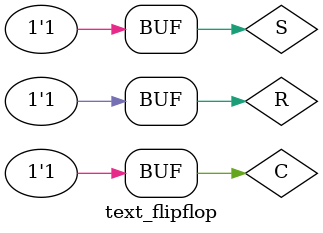
<source format=v>
`timescale 1ns / 1ps


module text_flipflop;

	// Inputs
	reg S;
	reg C;
	reg R;

	// Outputs
	wire Q;
	wire NQ;

	// Instantiate the Unit Under Test (UUT)
	MS_FLIPFLOP uut (
		.S(S), 
		.C(C), 
		.R(R), 
		.Q(Q), 
		.NQ(NQ)
	);

initial begin
	R=1;S=1; #50;
	R=1;S=0; #50;
	R=1;S=1; #50;
	R=0;S=1; #50;
	R=1;S=1; #50;
	R=0;S=0; #50;
	R=1;S=1; #50;	 
end
always begin
	C=0;#20;
	C=1;#20;
end
      
endmodule


</source>
